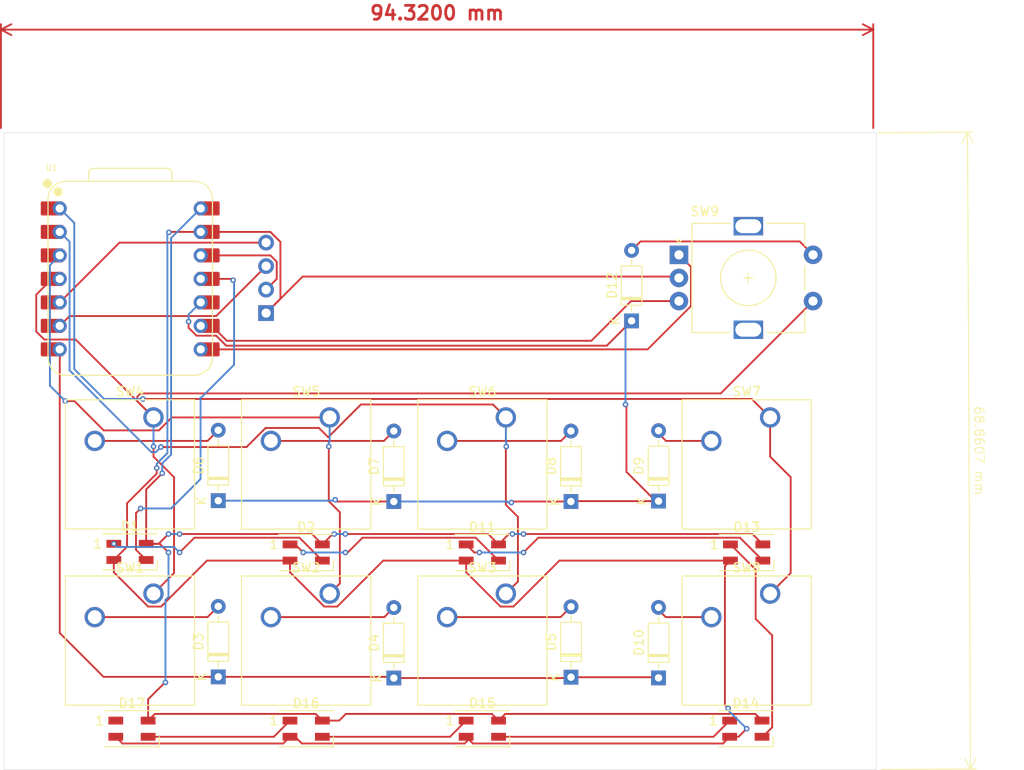
<source format=kicad_pcb>
(kicad_pcb (version 20240108) (generator "pcbnew") (generator_version "8.0")
  (layers (0 "F.Cu" signal) (31 "B.Cu" signal) (34 "B.Paste" user) (35 "F.Paste" user) (36 "B.SilkS" user "B.Silkscreen") (37 "F.SilkS" user "F.Silkscreen") (38 "B.Mask" user) (39 "F.Mask" user) (44 "Edge.Cuts" user))
  (net 0 "")
  (net 1 "+5V")
  (net 2 "NEOPIXEL")
  (net 3 "Net-(D1-DOUT)")
  (net 4 "GND")
  (net 5 "Net-(D11-DIN)")
  (net 6 "Net-(D11-DOUT)")
  (net 7 "SDA")
  (net 8 "SCL")
  (net 9 "3V3")
  (net 10 "Net-(D3-A)")
  (net 11 "col2")
  (net 12 "Net-(D4-A)")
  (net 13 "Net-(D5-A)")
  (net 14 "col3")
  (net 15 "Net-(D6-A)")
  (net 16 "Net-(D7-A)")
  (net 17 "Net-(D8-A)")
  (net 18 "col4")
  (net 19 "Net-(D9-A)")
  (net 20 "Net-(D10-A)")
  (net 21 "row2")
  (net 22 "row1")
  (net 23 "ROUTPUT")
  (net 24 "RINPUT")
  (net 25 "EC11A")
  (net 26 "EC11B")
  (net 27 "Net-(D14-DOUT)")
  (net 28 "Net-(D15-DOUT)")
  (net 29 "Net-(D16-DOUT)")
  (net 31 "Net-(D13-DOUT)")
  (footprint "Button_Switch_Keyboard:SW_Cherry_MX_1.00u_PCB" (layer "F.Cu") (at 109.395 83.185)
    (property "Reference" "SW7" (at -2.54 -2.794 0) (layer "F.SilkS"))
    (property "Value" "SW_Push_45deg")
    (pad "" np_thru_hole circle (at -7.62 5.08) (size 1.7 1.7) (drill 1.7) (layers "*.Cu" "*.Mask"))
    (pad "" np_thru_hole circle (at -2.54 5.08) (size 4 4) (drill 4) (layers "*.Cu" "*.Mask"))
    (pad "" np_thru_hole circle (at 2.54 5.08) (size 1.7 1.7) (drill 1.7) (layers "*.Cu" "*.Mask"))
    (pad "1" thru_hole circle (at 0 0) (size 2.2 2.2) (drill 1.5) (layers "*.Cu" "*.Mask") (net 18 "col4"))
    (pad "2" thru_hole circle (at -6.35 2.54) (size 2.2 2.2) (drill 1.5) (layers "*.Cu" "*.Mask") (net 19 "Net-(D9-A)"))
  )
  (footprint "Button_Switch_Keyboard:SW_Cherry_MX_1.00u_PCB" (layer "F.Cu") (at 42.72 102.235)
    (property "Reference" "SW1" (at -2.54 -2.794 0) (layer "F.SilkS"))
    (property "Value" "SW_Push_45deg")
    (pad "" np_thru_hole circle (at -7.62 5.08) (size 1.7 1.7) (drill 1.7) (layers "*.Cu" "*.Mask"))
    (pad "" np_thru_hole circle (at -2.54 5.08) (size 4 4) (drill 4) (layers "*.Cu" "*.Mask"))
    (pad "" np_thru_hole circle (at 2.54 5.08) (size 1.7 1.7) (drill 1.7) (layers "*.Cu" "*.Mask"))
    (pad "1" thru_hole circle (at 0 0) (size 2.2 2.2) (drill 1.5) (layers "*.Cu" "*.Mask") (net 24 "RINPUT"))
    (pad "2" thru_hole circle (at -6.35 2.54) (size 2.2 2.2) (drill 1.5) (layers "*.Cu" "*.Mask") (net 10 "Net-(D3-A)"))
  )
  (footprint "Button_Switch_Keyboard:SW_Cherry_MX_1.00u_PCB" (layer "F.Cu") (at 61.77 83.185)
    (property "Reference" "SW5" (at -2.54 -2.794 0) (layer "F.SilkS"))
    (property "Value" "SW_Push_45deg")
    (pad "" np_thru_hole circle (at -7.62 5.08) (size 1.7 1.7) (drill 1.7) (layers "*.Cu" "*.Mask"))
    (pad "" np_thru_hole circle (at -2.54 5.08) (size 4 4) (drill 4) (layers "*.Cu" "*.Mask"))
    (pad "" np_thru_hole circle (at 2.54 5.08) (size 1.7 1.7) (drill 1.7) (layers "*.Cu" "*.Mask"))
    (pad "1" thru_hole circle (at 0 0) (size 2.2 2.2) (drill 1.5) (layers "*.Cu" "*.Mask") (net 11 "col2"))
    (pad "2" thru_hole circle (at -6.35 2.54) (size 2.2 2.2) (drill 1.5) (layers "*.Cu" "*.Mask") (net 16 "Net-(D7-A)"))
  )
  (footprint "Diode_THT:D_DO-35_SOD27_P7.62mm_Horizontal" (layer "F.Cu") (at 49.725 111.235 90)
    (property "Reference" "D3" (at 3.81 -2.12 90) (layer "F.SilkS"))
    (property "Value" "Diode")
    (fp_text user "K" (at 0 -1.8 90) (layer "F.SilkS"))
    (pad "1" thru_hole rect (at 0 0 90) (size 1.6 1.6) (drill 0.8) (layers "*.Cu" "*.Mask") (net 21 "row2"))
    (pad "2" thru_hole oval (at 7.62 0 90) (size 1.6 1.6) (drill 0.8) (layers "*.Cu" "*.Mask") (net 10 "Net-(D3-A)"))
  )
  (footprint "Diode_THT:D_DO-35_SOD27_P7.62mm_Horizontal" (layer "F.Cu") (at 87.855 92.275 90)
    (property "Reference" "D8" (at 3.81 -2.12 90) (layer "F.SilkS"))
    (property "Value" "Diode")
    (fp_text user "K" (at 0 -1.8 90) (layer "F.SilkS"))
    (pad "1" thru_hole rect (at 0 0 90) (size 1.6 1.6) (drill 0.8) (layers "*.Cu" "*.Mask") (net 22 "row1"))
    (pad "2" thru_hole oval (at 7.62 0 90) (size 1.6 1.6) (drill 0.8) (layers "*.Cu" "*.Mask") (net 17 "Net-(D8-A)"))
  )
  (footprint "Diode_THT:D_DO-35_SOD27_P7.62mm_Horizontal" (layer "F.Cu") (at 87.865 111.275 90)
    (property "Reference" "D5" (at 3.81 -2.12 90) (layer "F.SilkS"))
    (property "Value" "Diode")
    (fp_text user "K" (at 0 -1.8 90) (layer "F.SilkS"))
    (pad "1" thru_hole rect (at 0 0 90) (size 1.6 1.6) (drill 0.8) (layers "*.Cu" "*.Mask") (net 21 "row2"))
    (pad "2" thru_hole oval (at 7.62 0 90) (size 1.6 1.6) (drill 0.8) (layers "*.Cu" "*.Mask") (net 13 "Net-(D5-A)"))
  )
  (footprint "Button_Switch_Keyboard:SW_Cherry_MX_1.00u_PCB" (layer "F.Cu") (at 109.395 102.235)
    (property "Reference" "SW8" (at -2.54 -2.794 0) (layer "F.SilkS"))
    (property "Value" "SW_Push_45deg")
    (pad "" np_thru_hole circle (at -7.62 5.08) (size 1.7 1.7) (drill 1.7) (layers "*.Cu" "*.Mask"))
    (pad "" np_thru_hole circle (at -2.54 5.08) (size 4 4) (drill 4) (layers "*.Cu" "*.Mask"))
    (pad "" np_thru_hole circle (at 2.54 5.08) (size 1.7 1.7) (drill 1.7) (layers "*.Cu" "*.Mask"))
    (pad "1" thru_hole circle (at 0 0) (size 2.2 2.2) (drill 1.5) (layers "*.Cu" "*.Mask") (net 18 "col4"))
    (pad "2" thru_hole circle (at -6.35 2.54) (size 2.2 2.2) (drill 1.5) (layers "*.Cu" "*.Mask") (net 20 "Net-(D10-A)"))
  )
  (footprint "LED_SMD:LED_SK6812MINI_PLCC4_3.5x3.5mm_P1.75mm" (layer "F.Cu") (at 78.28 97.79)
    (property "Reference" "D11" (at 0 -2.75 0) (layer "F.SilkS"))
    (property "Value" "SK6812MINI")
    (fp_text user "1" (at -3.5 -0.875 0) (layer "F.SilkS"))
    (pad "1" smd rect (at -1.75 -0.875) (size 1.6 0.85) (layers "F.Cu" "F.Paste" "F.Mask") (net 6 "Net-(D11-DOUT)"))
    (pad "2" smd rect (at -1.75 0.875) (size 1.6 0.85) (layers "F.Cu" "F.Paste" "F.Mask") (net 4 "GND"))
    (pad "3" smd rect (at 1.75 0.875) (size 1.6 0.85) (layers "F.Cu" "F.Paste" "F.Mask") (net 5 "Net-(D11-DIN)"))
    (pad "4" smd rect (at 1.75 -0.875) (size 1.6 0.85) (layers "F.Cu" "F.Paste" "F.Mask") (net 1 "+5V"))
  )
  (footprint "Button_Switch_Keyboard:SW_Cherry_MX_1.00u_PCB" (layer "F.Cu") (at 80.82 102.235)
    (property "Reference" "SW3" (at -2.54 -2.794 0) (layer "F.SilkS"))
    (property "Value" "SW_Push_45deg")
    (pad "" np_thru_hole circle (at -7.62 5.08) (size 1.7 1.7) (drill 1.7) (layers "*.Cu" "*.Mask"))
    (pad "" np_thru_hole circle (at -2.54 5.08) (size 4 4) (drill 4) (layers "*.Cu" "*.Mask"))
    (pad "" np_thru_hole circle (at 2.54 5.08) (size 1.7 1.7) (drill 1.7) (layers "*.Cu" "*.Mask"))
    (pad "1" thru_hole circle (at 0 0) (size 2.2 2.2) (drill 1.5) (layers "*.Cu" "*.Mask") (net 14 "col3"))
    (pad "2" thru_hole circle (at -6.35 2.54) (size 2.2 2.2) (drill 1.5) (layers "*.Cu" "*.Mask") (net 13 "Net-(D5-A)"))
  )
  (footprint "LED_SMD:LED_SK6812MINI_PLCC4_3.5x3.5mm_P1.75mm" (layer "F.Cu") (at 40.18 97.725)
    (property "Reference" "D1" (at 0 -2.75 0) (layer "F.SilkS"))
    (property "Value" "SK6812MINI")
    (fp_text user "1" (at -3.5 -0.875 0) (layer "F.SilkS"))
    (pad "1" smd rect (at -1.75 -0.875) (size 1.6 0.85) (layers "F.Cu" "F.Paste" "F.Mask") (net 3 "Net-(D1-DOUT)"))
    (pad "2" smd rect (at -1.75 0.875) (size 1.6 0.85) (layers "F.Cu" "F.Paste" "F.Mask") (net 4 "GND"))
    (pad "3" smd rect (at 1.75 0.875) (size 1.6 0.85) (layers "F.Cu" "F.Paste" "F.Mask") (net 2 "NEOPIXEL"))
    (pad "4" smd rect (at 1.75 -0.875) (size 1.6 0.85) (layers "F.Cu" "F.Paste" "F.Mask") (net 1 "+5V"))
  )
  (footprint "LED_SMD:LED_SK6812MINI_PLCC4_3.5x3.5mm_P1.75mm" (layer "F.Cu") (at 78.28 116.84)
    (property "Reference" "D15" (at 0 -2.75 0) (layer "F.SilkS"))
    (property "Value" "SK6812MINI")
    (fp_text user "1" (at -3.5 -0.875 0) (layer "F.SilkS"))
    (pad "1" smd rect (at -1.75 -0.875) (size 1.6 0.85) (layers "F.Cu" "F.Paste" "F.Mask") (net 28 "Net-(D15-DOUT)"))
    (pad "2" smd rect (at -1.75 0.875) (size 1.6 0.85) (layers "F.Cu" "F.Paste" "F.Mask") (net 4 "GND"))
    (pad "3" smd rect (at 1.75 0.875) (size 1.6 0.85) (layers "F.Cu" "F.Paste" "F.Mask") (net 27 "Net-(D14-DOUT)"))
    (pad "4" smd rect (at 1.75 -0.875) (size 1.6 0.85) (layers "F.Cu" "F.Paste" "F.Mask") (net 1 "+5V"))
  )
  (footprint "Button_Switch_Keyboard:SW_Cherry_MX_1.00u_PCB" (layer "F.Cu") (at 80.82 83.185)
    (property "Reference" "SW6" (at -2.54 -2.794 0) (layer "F.SilkS"))
    (property "Value" "SW_Push_45deg")
    (pad "" np_thru_hole circle (at -7.62 5.08) (size 1.7 1.7) (drill 1.7) (layers "*.Cu" "*.Mask"))
    (pad "" np_thru_hole circle (at -2.54 5.08) (size 4 4) (drill 4) (layers "*.Cu" "*.Mask"))
    (pad "" np_thru_hole circle (at 2.54 5.08) (size 1.7 1.7) (drill 1.7) (layers "*.Cu" "*.Mask"))
    (pad "1" thru_hole circle (at 0 0) (size 2.2 2.2) (drill 1.5) (layers "*.Cu" "*.Mask") (net 14 "col3"))
    (pad "2" thru_hole circle (at -6.35 2.54) (size 2.2 2.2) (drill 1.5) (layers "*.Cu" "*.Mask") (net 17 "Net-(D8-A)"))
  )
  (footprint "Diode_THT:D_DO-35_SOD27_P7.62mm_Horizontal" (layer "F.Cu") (at 68.705 111.365 90)
    (property "Reference" "D4" (at 3.81 -2.12 90) (layer "F.SilkS"))
    (property "Value" "Diode")
    (fp_text user "K" (at 0 -1.8 90) (layer "F.SilkS"))
    (pad "1" thru_hole rect (at 0 0 90) (size 1.6 1.6) (drill 0.8) (layers "*.Cu" "*.Mask") (net 21 "row2"))
    (pad "2" thru_hole oval (at 7.62 0 90) (size 1.6 1.6) (drill 0.8) (layers "*.Cu" "*.Mask") (net 12 "Net-(D4-A)"))
  )
  (footprint "Diode_THT:D_DO-35_SOD27_P7.62mm_Horizontal" (layer "F.Cu") (at 97.33 92.235 90)
    (property "Reference" "D9" (at 3.81 -2.12 90) (layer "F.SilkS"))
    (property "Value" "Diode")
    (fp_text user "K" (at 0 -1.8 90) (layer "F.SilkS"))
    (pad "1" thru_hole rect (at 0 0 90) (size 1.6 1.6) (drill 0.8) (layers "*.Cu" "*.Mask") (net 22 "row1"))
    (pad "2" thru_hole oval (at 7.62 0 90) (size 1.6 1.6) (drill 0.8) (layers "*.Cu" "*.Mask") (net 19 "Net-(D9-A)"))
  )
  (footprint "Diode_THT:D_DO-35_SOD27_P7.62mm_Horizontal" (layer "F.Cu") (at 97.33 111.345 90)
    (property "Reference" "D10" (at 3.81 -2.12 90) (layer "F.SilkS"))
    (property "Value" "Diode")
    (pad "1" thru_hole rect (at 0 0 90) (size 1.6 1.6) (drill 0.8) (layers "*.Cu" "*.Mask") (net 21 "row2"))
    (pad "2" thru_hole oval (at 7.62 0 90) (size 1.6 1.6) (drill 0.8) (layers "*.Cu" "*.Mask") (net 20 "Net-(D10-A)"))
  )
  (footprint "ScottoKeebs_Components:OLED_128x32" (layer "F.Cu") (at 53.295 62.105)
    (property "Reference" "J2" (hide yes))
    (property "Value" "OLED_128x32")
    (pad "1" thru_hole rect (at 1.6 9.8 180) (size 1.7 1.7) (drill 1) (layers "*.Cu" "*.Mask") (net 4 "GND"))
    (pad "2" thru_hole oval (at 1.6 7.26 180) (size 1.7 1.7) (drill 1) (layers "*.Cu" "*.Mask") (net 9 "3V3"))
    (pad "3" thru_hole oval (at 1.6 4.72 180) (size 1.7 1.7) (drill 1) (layers "*.Cu" "*.Mask") (net 8 "SCL"))
    (pad "4" thru_hole oval (at 1.6 2.18 180) (size 1.7 1.7) (drill 1) (layers "*.Cu" "*.Mask") (net 7 "SDA"))
  )
  (footprint "LED_SMD:LED_SK6812MINI_PLCC4_3.5x3.5mm_P1.75mm" (layer "F.Cu") (at 40.3925 116.84)
    (property "Reference" "D17" (at 0 -2.75 0) (layer "F.SilkS"))
    (property "Value" "SK6812MINI")
    (fp_text user "1" (at -3.5 -0.875 0) (layer "F.SilkS"))
    (pad "1" smd rect (at -1.75 -0.875) (size 1.6 0.85) (layers "F.Cu" "F.Paste" "F.Mask"))
    (pad "2" smd rect (at -1.75 0.875) (size 1.6 0.85) (layers "F.Cu" "F.Paste" "F.Mask") (net 4 "GND"))
    (pad "3" smd rect (at 1.75 0.875) (size 1.6 0.85) (layers "F.Cu" "F.Paste" "F.Mask") (net 29 "Net-(D16-DOUT)"))
    (pad "4" smd rect (at 1.75 -0.875) (size 1.6 0.85) (layers "F.Cu" "F.Paste" "F.Mask") (net 1 "+5V"))
  )
  (footprint "Button_Switch_Keyboard:SW_Cherry_MX_1.00u_PCB" (layer "F.Cu") (at 42.72 83.185)
    (property "Reference" "SW4" (at -2.54 -2.794 0) (layer "F.SilkS"))
    (property "Value" "SW_Push_45deg")
    (pad "" np_thru_hole circle (at -7.62 5.08) (size 1.7 1.7) (drill 1.7) (layers "*.Cu" "*.Mask"))
    (pad "" np_thru_hole circle (at -2.54 5.08) (size 4 4) (drill 4) (layers "*.Cu" "*.Mask"))
    (pad "" np_thru_hole circle (at 2.54 5.08) (size 1.7 1.7) (drill 1.7) (layers "*.Cu" "*.Mask"))
    (pad "1" thru_hole circle (at 0 0) (size 2.2 2.2) (drill 1.5) (layers "*.Cu" "*.Mask") (net 24 "RINPUT"))
    (pad "2" thru_hole circle (at -6.35 2.54) (size 2.2 2.2) (drill 1.5) (layers "*.Cu" "*.Mask") (net 15 "Net-(D6-A)"))
  )
  (footprint "LED_SMD:LED_SK6812MINI_PLCC4_3.5x3.5mm_P1.75mm" (layer "F.Cu") (at 59.23 116.84)
    (property "Reference" "D16" (at 0 -2.75 0) (layer "F.SilkS"))
    (property "Value" "SK6812MINI")
    (fp_text user "1" (at -3.5 -0.875 0) (layer "F.SilkS"))
    (pad "1" smd rect (at -1.75 -0.875) (size 1.6 0.85) (layers "F.Cu" "F.Paste" "F.Mask") (net 29 "Net-(D16-DOUT)"))
    (pad "2" smd rect (at -1.75 0.875) (size 1.6 0.85) (layers "F.Cu" "F.Paste" "F.Mask") (net 4 "GND"))
    (pad "3" smd rect (at 1.75 0.875) (size 1.6 0.85) (layers "F.Cu" "F.Paste" "F.Mask") (net 28 "Net-(D15-DOUT)"))
    (pad "4" smd rect (at 1.75 -0.875) (size 1.6 0.85) (layers "F.Cu" "F.Paste" "F.Mask") (net 1 "+5V"))
  )
  (footprint "Diode_THT:D_DO-35_SOD27_P7.62mm_Horizontal" (layer "F.Cu") (at 94.415 72.745 90)
    (property "Reference" "D12" (at 3.81 -2.12 90) (layer "F.SilkS"))
    (property "Value" "Diode")
    (fp_text user "K" (at 0 -1.8 90) (layer "F.SilkS"))
    (pad "1" thru_hole rect (at 0 0 90) (size 1.6 1.6) (drill 0.8) (layers "*.Cu" "*.Mask") (net 22 "row1"))
    (pad "2" thru_hole oval (at 7.62 0 90) (size 1.6 1.6) (drill 0.8) (layers "*.Cu" "*.Mask") (net 23 "ROUTPUT"))
  )
  (footprint "Rotary_Encoder:RotaryEncoder_Alps_EC11E-Switch_Vertical_H20mm" (layer "F.Cu") (at 99.535 65.605)
    (property "Reference" "SW9" (at 2.8 -4.7 0) (layer "F.SilkS"))
    (property "Value" "RotaryEncoder_Switch")
    (pad "A" thru_hole rect (at 0 0) (size 2 2) (drill 1) (layers "*.Cu" "*.Mask") (net 26 "EC11B"))
    (pad "B" thru_hole circle (at 0 5) (size 2 2) (drill 1) (layers "*.Cu" "*.Mask") (net 25 "EC11A"))
    (pad "C" thru_hole circle (at 0 2.5) (size 2 2) (drill 1) (layers "*.Cu" "*.Mask") (net 4 "GND"))
    (pad "MP" thru_hole rect (at 7.5 -3.1) (size 3.2 2) (drill oval 2.8 1.5) (layers "*.Cu" "*.Mask"))
    (pad "MP" thru_hole rect (at 7.5 8.1) (size 3.2 2) (drill oval 2.8 1.5) (layers "*.Cu" "*.Mask"))
    (pad "S1" thru_hole circle (at 14.5 5) (size 2 2) (drill 1) (layers "*.Cu" "*.Mask") (net 24 "RINPUT"))
    (pad "S2" thru_hole circle (at 14.5 0) (size 2 2) (drill 1) (layers "*.Cu" "*.Mask") (net 23 "ROUTPUT"))
  )
  (footprint "Button_Switch_Keyboard:SW_Cherry_MX_1.00u_PCB" (layer "F.Cu") (at 61.77 102.235)
    (property "Reference" "SW2" (at -2.54 -2.794 0) (layer "F.SilkS"))
    (property "Value" "SW_Push_45deg")
    (pad "" np_thru_hole circle (at -7.62 5.08) (size 1.7 1.7) (drill 1.7) (layers "*.Cu" "*.Mask"))
    (pad "" np_thru_hole circle (at -2.54 5.08) (size 4 4) (drill 4) (layers "*.Cu" "*.Mask"))
    (pad "" np_thru_hole circle (at 2.54 5.08) (size 1.7 1.7) (drill 1.7) (layers "*.Cu" "*.Mask"))
    (pad "1" thru_hole circle (at 0 0) (size 2.2 2.2) (drill 1.5) (layers "*.Cu" "*.Mask") (net 11 "col2"))
    (pad "2" thru_hole circle (at -6.35 2.54) (size 2.2 2.2) (drill 1.5) (layers "*.Cu" "*.Mask") (net 12 "Net-(D4-A)"))
  )
  (footprint "LED_SMD:LED_SK6812MINI_PLCC4_3.5x3.5mm_P1.75mm" (layer "F.Cu") (at 106.855 97.79)
    (property "Reference" "D13" (at 0 -2.75 0) (layer "F.SilkS"))
    (property "Value" "SK6812MINI")
    (fp_text user "1" (at -3.5 -0.875 0) (layer "F.SilkS"))
    (pad "1" smd rect (at -1.75 -0.875) (size 1.6 0.85) (layers "F.Cu" "F.Paste" "F.Mask") (net 31 "Net-(D13-DOUT)"))
    (pad "2" smd rect (at -1.75 0.875) (size 1.6 0.85) (layers "F.Cu" "F.Paste" "F.Mask") (net 4 "GND"))
    (pad "3" smd rect (at 1.75 0.875) (size 1.6 0.85) (layers "F.Cu" "F.Paste" "F.Mask") (net 6 "Net-(D11-DOUT)"))
    (pad "4" smd rect (at 1.75 -0.875) (size 1.6 0.85) (layers "F.Cu" "F.Paste" "F.Mask") (net 1 "+5V"))
  )
  (footprint "Diode_THT:D_DO-35_SOD27_P7.62mm_Horizontal" (layer "F.Cu") (at 49.725 92.185 90)
    (property "Reference" "D6" (at 3.81 -2.12 90) (layer "F.SilkS"))
    (property "Value" "Diode")
    (fp_text user "K" (at 0 -1.8 90) (layer "F.SilkS"))
    (pad "1" thru_hole rect (at 0 0 90) (size 1.6 1.6) (drill 0.8) (layers "*.Cu" "*.Mask") (net 22 "row1"))
    (pad "2" thru_hole oval (at 7.62 0 90) (size 1.6 1.6) (drill 0.8) (layers "*.Cu" "*.Mask") (net 15 "Net-(D6-A)"))
  )
  (footprint "Seeed Studio XIAO Series Library:XIAO-RP2040-DIP" (layer "F.Cu") (at 40.205 68.205)
    (property "Reference" "U1" (at -8.5 -12 0) (layer "F.SilkS") (effects (font (size 0.635 0.635) (thickness 0.1016))))
    (property "Value" "XIAO-RP2040-DIP")
    (pad "1" smd roundrect (at -8.455 -7.62 180) (size 2.432 1.524) (layers "F.Cu" "F.Mask") (roundrect_rratio 0.1) (net 18 "col4"))
    (pad "1" thru_hole circle (at -7.62 -7.62 180) (size 1.524 1.524) (drill 0.889) (layers "*.Cu" "*.Mask") (net 18 "col4"))
    (pad "2" smd roundrect (at -8.455 -5.08 180) (size 2.432 1.524) (layers "F.Cu" "F.Mask") (roundrect_rratio 0.1) (net 14 "col3"))
    (pad "2" thru_hole circle (at -7.62 -5.08 180) (size 1.524 1.524) (drill 0.889) (layers "*.Cu" "*.Mask") (net 14 "col3"))
    (pad "3" smd roundrect (at -8.455 -2.54 180) (size 2.432 1.524) (layers "F.Cu" "F.Mask") (roundrect_rratio 0.1) (net 11 "col2"))
    (pad "3" thru_hole circle (at -7.62 -2.54 180) (size 1.524 1.524) (drill 0.889) (layers "*.Cu" "*.Mask") (net 11 "col2"))
    (pad "4" smd roundrect (at -8.455 0 180) (size 2.432 1.524) (layers "F.Cu" "F.Mask") (roundrect_rratio 0.1) (net 24 "RINPUT"))
    (pad "4" thru_hole circle (at -7.62 0 180) (size 1.524 1.524) (drill 0.889) (layers "*.Cu" "*.Mask") (net 24 "RINPUT"))
    (pad "5" smd roundrect (at -8.455 2.54 180) (size 2.432 1.524) (layers "F.Cu" "F.Mask") (roundrect_rratio 0.1) (net 7 "SDA"))
    (pad "5" thru_hole circle (at -7.62 2.54 180) (size 1.524 1.524) (drill 0.889) (layers "*.Cu" "*.Mask") (net 7 "SDA"))
    (pad "6" smd roundrect (at -8.455 5.08 180) (size 2.432 1.524) (layers "F.Cu" "F.Mask") (roundrect_rratio 0.1) (net 8 "SCL"))
    (pad "6" thru_hole circle (at -7.62 5.08 180) (size 1.524 1.524) (drill 0.889) (layers "*.Cu" "*.Mask") (net 8 "SCL"))
    (pad "7" smd roundrect (at -8.455 7.62 180) (size 2.432 1.524) (layers "F.Cu" "F.Mask") (roundrect_rratio 0.1) (net 21 "row2"))
    (pad "7" thru_hole circle (at -7.62 7.62 180) (size 1.524 1.524) (drill 0.889) (layers "*.Cu" "*.Mask") (net 21 "row2"))
    (pad "8" thru_hole circle (at 7.62 7.62) (size 1.524 1.524) (drill 0.889) (layers "*.Cu" "*.Mask") (net 26 "EC11B"))
    (pad "8" smd roundrect (at 8.455 7.62) (size 2.432 1.524) (layers "F.Cu" "F.Mask") (roundrect_rratio 0.1) (net 26 "EC11B"))
    (pad "9" thru_hole circle (at 7.62 5.08) (size 1.524 1.524) (drill 0.889) (layers "*.Cu" "*.Mask") (net 25 "EC11A"))
    (pad "9" smd roundrect (at 8.455 5.08) (size 2.432 1.524) (layers "F.Cu" "F.Mask") (roundrect_rratio 0.1) (net 25 "EC11A"))
    (pad "10" thru_hole circle (at 7.62 2.54) (size 1.524 1.524) (drill 0.889) (layers "*.Cu" "*.Mask") (net 22 "row1"))
    (pad "10" smd roundrect (at 8.455 2.54) (size 2.432 1.524) (layers "F.Cu" "F.Mask") (roundrect_rratio 0.1) (net 22 "row1"))
    (pad "11" thru_hole circle (at 7.62 0) (size 1.524 1.524) (drill 0.889) (layers "*.Cu" "*.Mask") (net 2 "NEOPIXEL"))
    (pad "11" smd roundrect (at 8.455 0) (size 2.432 1.524) (layers "F.Cu" "F.Mask") (roundrect_rratio 0.1) (net 2 "NEOPIXEL"))
    (pad "12" thru_hole circle (at 7.62 -2.54) (size 1.524 1.524) (drill 0.889) (layers "*.Cu" "*.Mask") (net 9 "3V3"))
    (pad "12" smd roundrect (at 8.455 -2.54) (size 2.432 1.524) (layers "F.Cu" "F.Mask") (roundrect_rratio 0.1) (net 9 "3V3"))
    (pad "13" thru_hole circle (at 7.62 -5.08) (size 1.524 1.524) (drill 0.889) (layers "*.Cu" "*.Mask") (net 4 "GND"))
    (pad "13" smd roundrect (at 8.455 -5.08) (size 2.432 1.524) (layers "F.Cu" "F.Mask") (roundrect_rratio 0.1) (net 4 "GND"))
    (pad "14" thru_hole circle (at 7.62 -7.62) (size 1.524 1.524) (drill 0.889) (layers "*.Cu" "*.Mask") (net 1 "+5V"))
    (pad "14" smd roundrect (at 8.455 -7.62) (size 2.432 1.524) (layers "F.Cu" "F.Mask") (roundrect_rratio 0.1) (net 1 "+5V"))
  )
  (footprint "LED_SMD:LED_SK6812MINI_PLCC4_3.5x3.5mm_P1.75mm" (layer "F.Cu") (at 106.7675 116.84)
    (property "Reference" "D14" (at 0 -2.75 0) (layer "F.SilkS"))
    (property "Value" "SK6812MINI")
    (fp_text user "1" (at -3.5 -0.875 0) (layer "F.SilkS"))
    (pad "1" smd rect (at -1.75 -0.875) (size 1.6 0.85) (layers "F.Cu" "F.Paste" "F.Mask") (net 27 "Net-(D14-DOUT)"))
    (pad "2" smd rect (at -1.75 0.875) (size 1.6 0.85) (layers "F.Cu" "F.Paste" "F.Mask") (net 4 "GND"))
    (pad "3" smd rect (at 1.75 0.875) (size 1.6 0.85) (layers "F.Cu" "F.Paste" "F.Mask") (net 31 "Net-(D13-DOUT)"))
    (pad "4" smd rect (at 1.75 -0.875) (size 1.6 0.85) (layers "F.Cu" "F.Paste" "F.Mask") (net 1 "+5V"))
  )
  (footprint "LED_SMD:LED_SK6812MINI_PLCC4_3.5x3.5mm_P1.75mm" (layer "F.Cu") (at 59.23 97.79)
    (property "Reference" "D2" (at 0 -2.75 0) (layer "F.SilkS"))
    (property "Value" "SK6812MINI")
    (fp_text user "1" (at -3.5 -0.875 0) (layer "F.SilkS"))
    (pad "1" smd rect (at -1.75 -0.875) (size 1.6 0.85) (layers "F.Cu" "F.Paste" "F.Mask") (net 5 "Net-(D11-DIN)"))
    (pad "2" smd rect (at -1.75 0.875) (size 1.6 0.85) (layers "F.Cu" "F.Paste" "F.Mask") (net 4 "GND"))
    (pad "3" smd rect (at 1.75 0.875) (size 1.6 0.85) (layers "F.Cu" "F.Paste" "F.Mask") (net 3 "Net-(D1-DOUT)"))
    (pad "4" smd rect (at 1.75 -0.875) (size 1.6 0.85) (layers "F.Cu" "F.Paste" "F.Mask") (net 1 "+5V"))
  )
  (footprint "Diode_THT:D_DO-35_SOD27_P7.62mm_Horizontal" (layer "F.Cu") (at 68.705 92.275 90)
    (property "Reference" "D7" (at 3.81 -2.12 90) (layer "F.SilkS"))
    (property "Value" "Diode")
    (fp_text user "K" (at 0 -1.8 90) (layer "F.SilkS"))
    (pad "1" thru_hole rect (at 0 0 90) (size 1.6 1.6) (drill 0.8) (layers "*.Cu" "*.Mask") (net 22 "row1"))
    (pad "2" thru_hole oval (at 7.62 0 90) (size 1.6 1.6) (drill 0.8) (layers "*.Cu" "*.Mask") (net 16 "Net-(D7-A)"))
  )
  (gr_rect (start 26.5425 52.395) (end 120.8625 121.255) (stroke (width 0.05)) (fill none) (layer "Edge.Cuts"))
  (dimension (type aligned) (layer "F.Cu") (pts (xy 120.545 52.395) (xy 26.225 52.395)) (height 11.14) (gr_text "94.3200 mm" (at 73.385 39.455 0) (layer "F.Cu") (effects (font (size 1.5 1.5) (thickness 0.3)))) (format (prefix "") (suffix "") (units 3) (units_format 1) (precision 4)) (style (thickness 0.2) (arrow_length 1.27) (text_position_mode 0) (extension_height 0.58642) (extension_offset 0.5) keep_text_aligned))
  (dimension (type aligned) (layer "F.SilkS") (pts (xy 120.8625 121.255) (xy 120.545 52.395)) (height 10.19288) (gr_text "68.8607 mm" (at 131.99651 86.772931 -89.73582223) (layer "F.SilkS") (effects (font (size 1 1) (thickness 0.1)))) (format (prefix "") (suffix "") (units 3) (units_format 1) (precision 4)) (style (thickness 0.1) (arrow_length 1.27) (text_position_mode 0) (extension_height 0.58642) (extension_offset 0.5) keep_text_aligned))
  (segment (start 80.755 115.24) (end 107.7925 115.24) (width 0.2) (layer "F.Cu") (net 1))
  (segment (start 63.719999 95.79) (end 63.469999 95.79) (width 0.2) (layer "F.Cu") (net 1))
  (segment (start 41.93 96.85) (end 41.93 90.96) (width 0.2) (layer "F.Cu") (net 1))
  (segment (start 44.3425 97.79) (end 43.4025 96.85) (width 0.2) (layer "F.Cu") (net 1))
  (segment (start 63.525 115.24) (end 79.305 115.24) (width 0.2) (layer "F.Cu") (net 1))
  (segment (start 60.255 115.24) (end 60.98 115.965) (width 0.2) (layer "F.Cu") (net 1))
  (segment (start 62.2625 95.79) (end 62.105 95.79) (width 0.2) (layer "F.Cu") (net 1))
  (segment (start 79.305 115.24) (end 80.03 115.965) (width 0.2) (layer "F.Cu") (net 1))
  (segment (start 108.605 96.915) (end 107.48 95.79) (width 0.2) (layer "F.Cu") (net 1))
  (segment (start 62.8 115.965) (end 63.525 115.24) (width 0.2) (layer "F.Cu") (net 1))
  (segment (start 42.1425 113.955) (end 42.1425 115.965) (width 0.2) (layer "F.Cu") (net 1))
  (segment (start 46.7625 95.79) (end 45.5425 95.79) (width 0.2) (layer "F.Cu") (net 1))
  (segment (start 59.855 95.79) (end 46.7625 95.79) (width 0.2) (layer "F.Cu") (net 1))
  (segment (start 60.98 96.915) (end 59.855 95.79) (width 0.2) (layer "F.Cu") (net 1))
  (segment (start 42.1425 113.66) (end 43.9675 111.835) (width 0.2) (layer "F.Cu") (net 1))
  (segment (start 80.03 115.965) (end 80.755 115.24) (width 0.2) (layer "F.Cu") (net 1))
  (segment (start 43.4025 96.85) (end 41.93 96.85) (width 0.2) (layer "F.Cu") (net 1))
  (segment (start 42.8675 115.24) (end 60.255 115.24) (width 0.2) (layer "F.Cu") (net 1))
  (segment (start 107.48 95.79) (end 83.0425 95.79) (width 0.2) (layer "F.Cu") (net 1))
  (segment (start 62.105 95.79) (end 60.98 96.915) (width 0.2) (layer "F.Cu") (net 1))
  (segment (start 81.155 95.79) (end 80.03 96.915) (width 0.2) (layer "F.Cu") (net 1))
  (segment (start 41.93 90.96) (end 43.669707 89.220293) (width 0.2) (layer "F.Cu") (net 1))
  (segment (start 42.1425 115.965) (end 42.8675 115.24) (width 0.2) (layer "F.Cu") (net 1))
  (segment (start 42.1425 113.955) (end 42.1425 113.66) (width 0.2) (layer "F.Cu") (net 1))
  (segment (start 80.03 96.915) (end 78.905 95.79) (width 0.2) (layer "F.Cu") (net 1))
  (segment (start 44.3425 95.79) (end 43.2825 96.85) (width 0.2) (layer "F.Cu") (net 1))
  (segment (start 60.98 115.965) (end 62.8 115.965) (width 0.2) (layer "F.Cu") (net 1))
  (segment (start 43.2825 96.85) (end 41.93 96.85) (width 0.2) (layer "F.Cu") (net 1))
  (segment (start 81.525 95.79) (end 81.155 95.79) (width 0.2) (layer "F.Cu") (net 1))
  (segment (start 78.905 95.79) (end 63.719999 95.79) (width 0.2) (layer "F.Cu") (net 1))
  (segment (start 43.9675 111.835) (end 44.0125 111.835) (width 0.2) (layer "F.Cu") (net 1))
  (segment (start 107.7925 115.24) (end 108.5175 115.965) (width 0.2) (layer "F.Cu") (net 1))
  (via (at 44.0125 111.835) (size 0.6) (drill 0.3) (layers "F.Cu" "B.Cu") (net 1))
  (via (at 81.525 95.79) (size 0.6) (drill 0.3) (layers "F.Cu" "B.Cu") (net 1))
  (via (at 44.3425 95.79) (size 0.6) (drill 0.3) (layers "F.Cu" "B.Cu") (net 1))
  (via (at 45.5425 95.79) (size 0.6) (drill 0.3) (layers "F.Cu" "B.Cu") (net 1))
  (via (at 63.469999 95.79) (size 0.6) (drill 0.3) (layers "F.Cu" "B.Cu") (net 1))
  (via (at 82.725 95.79) (size 0.6) (drill 0.3) (layers "F.Cu" "B.Cu") (net 1))
  (via (at 62.2625 95.79) (size 0.6) (drill 0.3) (layers "F.Cu" "B.Cu") (net 1))
  (via (at 43.669707 89.220293) (size 0.6) (drill 0.3) (layers "F.Cu" "B.Cu") (net 1))
  (via (at 44.3425 97.79) (size 0.6) (drill 0.3) (layers "F.Cu" "B.Cu") (net 1))
  (segment (start 44.0125 111.835) (end 44.0125 102.922399) (width 0.2) (layer "B.Cu") (net 1))
  (segment (start 44.625 87.202944) (end 44.625 63.785) (width 0.2) (layer "B.Cu") (net 1))
  (segment (start 45.5425 95.79) (end 44.3425 95.79) (width 0.2) (layer "B.Cu") (net 1))
  (segment (start 44.625 63.785) (end 47.825 60.585) (width 0.2) (layer "B.Cu") (net 1))
  (segment (start 43.669707 89.220293) (end 43.669707 88.158237) (width 0.2) (layer "B.Cu") (net 1))
  (segment (start 82.725 95.79) (end 81.525 95.79) (width 0.2) (layer "B.Cu") (net 1))
  (segment (start 63.469999 95.79) (end 62.2625 95.79) (width 0.2) (layer "B.Cu") (net 1))
  (segment (start 44.3425 102.592399) (end 44.3425 97.79) (width 0.2) (layer "B.Cu") (net 1))
  (segment (start 43.669707 88.158237) (end 44.625 87.202944) (width 0.2) (layer "B.Cu") (net 1))
  (segment (start 44.0125 102.922399) (end 44.3425 102.592399) (width 0.2) (layer "B.Cu") (net 1))
  (segment (start 40.83 97.5) (end 40.83 93.5275) (width 0.2) (layer "F.Cu") (net 2))
  (segment (start 51.185 68.205) (end 51.325 68.345) (width 0.2) (layer "F.Cu") (net 2))
  (segment (start 40.83 93.5275) (end 41.33 93.0275) (width 0.2) (layer "F.Cu") (net 2))
  (segment (start 47.825 68.205) (end 51.185 68.205) (width 0.2) (layer "F.Cu") (net 2))
  (segment (start 41.93 98.6) (end 40.83 97.5) (width 0.2) (layer "F.Cu") (net 2))
  (via (at 41.33 93.0275) (size 0.6) (drill 0.3) (layers "F.Cu" "B.Cu") (net 2))
  (via (at 51.325 68.345) (size 0.6) (drill 0.3) (layers "F.Cu" "B.Cu") (net 2))
  (segment (start 44.625 93.0275) (end 47.81 89.8425) (width 0.2) (layer "B.Cu") (net 2))
  (segment (start 51.435372 68.455372) (end 51.325 68.345) (width 0.2) (layer "B.Cu") (net 2))
  (segment (start 47.735 81.115) (end 47.81 81.115) (width 0.2) (layer "B.Cu") (net 2))
  (segment (start 51.435372 77.489628) (end 51.435372 68.455372) (width 0.2) (layer "B.Cu") (net 2))
  (segment (start 41.33 93.0275) (end 44.625 93.0275) (width 0.2) (layer "B.Cu") (net 2))
  (segment (start 47.81 89.8425) (end 47.81 81.115) (width 0.2) (layer "B.Cu") (net 2))
  (segment (start 47.81 81.115) (end 51.435372 77.489628) (width 0.2) (layer "B.Cu") (net 2))
  (segment (start 58.505 96.19) (end 60.98 98.665) (width 0.2) (layer "F.Cu") (net 3))
  (segment (start 45.5425 97.79) (end 47.1425 96.19) (width 0.2) (layer "F.Cu") (net 3))
  (segment (start 47.1425 96.19) (end 58.505 96.19) (width 0.2) (layer "F.Cu") (net 3))
  (via (at 45.5425 97.79) (size 0.6) (drill 0.3) (layers "F.Cu" "B.Cu") (net 3))
  (via (at 38.43 96.85) (size 0.6) (drill 0.3) (layers "F.Cu" "B.Cu") (net 3))
  (segment (start 38.77 97.19) (end 38.43 96.85) (width 0.2) (layer "B.Cu") (net 3))
  (segment (start 45.5425 97.79) (end 44.9425 97.19) (width 0.2) (layer "B.Cu") (net 3))
  (segment (start 44.9425 97.19) (end 38.77 97.19) (width 0.2) (layer "B.Cu") (net 3))
  (segment (start 54.895 71.905) (end 58.845 67.955) (width 0.2) (layer "F.Cu") (net 4))
  (segment (start 58.7625 118.44) (end 76.3625 118.44) (width 0.2) (layer "F.Cu") (net 4))
  (segment (start 105.0175 117.715) (end 104.2925 118.44) (width 0.2) (layer "F.Cu") (net 4))
  (segment (start 56.445 64.208654) (end 55.361346 63.125) (width 0.2) (layer "F.Cu") (net 4))
  (segment (start 105.105 98.665) (end 104.505 99.265) (width 0.2) (layer "F.Cu") (net 4))
  (segment (start 76.53 99.924899) (end 80.240101 103.635) (width 0.2) (layer "F.Cu") (net 4))
  (segment (start 81.6425 103.635) (end 86.6125 98.665) (width 0.2) (layer "F.Cu") (net 4))
  (segment (start 77.255 118.44) (end 76.53 117.715) (width 0.2) (layer "F.Cu") (net 4))
  (segment (start 42.140101 103.635) (end 43.5425 103.635) (width 0.2) (layer "F.Cu") (net 4))
  (segment (start 67.5625 98.665) (end 76.53 98.665) (width 0.2) (layer "F.Cu") (net 4))
  (segment (start 56.755 118.44) (end 57.48 117.715) (width 0.2) (layer "F.Cu") (net 4))
  (segment (start 54.895 71.905) (end 56.445 70.355) (width 0.2) (layer "F.Cu") (net 4))
  (segment (start 38.43 98.6) (end 39.8625 97.1675) (width 0.2) (layer "F.Cu") (net 4))
  (segment (start 62.5925 103.635) (end 67.5625 98.665) (width 0.2) (layer "F.Cu") (net 4))
  (segment (start 104.2925 118.44) (end 77.255 118.44) (width 0.2) (layer "F.Cu") (net 4))
  (segment (start 38.6425 117.715) (end 39.3675 118.44) (width 0.2) (layer "F.Cu") (net 4))
  (segment (start 38.43 99.924899) (end 42.140101 103.635) (width 0.2) (layer "F.Cu") (net 4))
  (segment (start 76.3625 118.44) (end 77.0875 117.715) (width 0.2) (layer "F.Cu") (net 4))
  (segment (start 39.3675 118.44) (end 56.755 118.44) (width 0.2) (layer "F.Cu") (net 4))
  (segment (start 39.8625 92.461814) (end 43.069707 89.254607) (width 0.2) (layer "F.Cu") (net 4))
  (segment (start 76.53 98.665) (end 76.53 99.924899) (width 0.2) (layer "F.Cu") (net 4))
  (segment (start 55.361346 63.125) (end 47.825 63.125) (width 0.2) (layer "F.Cu") (net 4))
  (segment (start 57.48 117.715) (end 58.0375 117.715) (width 0.2) (layer "F.Cu") (net 4))
  (segment (start 61.190101 103.635) (end 62.5925 103.635) (width 0.2) (layer "F.Cu") (net 4))
  (segment (start 43.069707 89.254607) (end 43.069707 88.654606) (width 0.2) (layer "F.Cu") (net 4))
  (segment (start 58.845 67.955) (end 99.385 67.955) (width 0.2) (layer "F.Cu") (net 4))
  (segment (start 106.855 116.84) (end 105.98 117.715) (width 0.2) (layer "F.Cu") (net 4))
  (segment (start 57.48 98.665) (end 57.48 99.924899) (width 0.2) (layer "F.Cu") (net 4))
  (segment (start 48.5125 98.665) (end 57.48 98.665) (width 0.2) (layer "F.Cu") (net 4))
  (segment (start 80.240101 103.635) (end 81.6425 103.635) (width 0.2) (layer "F.Cu") (net 4))
  (segment (start 43.5425 103.635) (end 48.5125 98.665) (width 0.2) (layer "F.Cu") (net 4))
  (segment (start 38.43 98.6) (end 38.43 99.924899) (width 0.2) (layer "F.Cu") (net 4))
  (segment (start 56.445 70.355) (end 56.445 64.208654) (width 0.2) (layer "F.Cu") (net 4))
  (segment (start 104.505 99.265) (end 104.505 114.29) (width 0.2) (layer "F.Cu") (net 4))
  (segment (start 57.48 99.924899) (end 61.190101 103.635) (width 0.2) (layer "F.Cu") (net 4))
  (segment (start 86.6125 98.665) (end 105.105 98.665) (width 0.2) (layer "F.Cu") (net 4))
  (segment (start 39.8625 97.1675) (end 39.8625 92.461814) (width 0.2) (layer "F.Cu") (net 4))
  (segment (start 99.385 67.955) (end 99.535 68.105) (width 0.2) (layer "F.Cu") (net 4))
  (segment (start 44.391985 63.169485) (end 44.43647 63.125) (width 0.2) (layer "F.Cu") (net 4))
  (segment (start 105.98 117.715) (end 105.0175 117.715) (width 0.2) (layer "F.Cu") (net 4))
  (segment (start 44.43647 63.125) (end 47.825 63.125) (width 0.2) (layer "F.Cu") (net 4))
  (segment (start 104.505 114.29) (end 104.855 114.64) (width 0.2) (layer "F.Cu") (net 4))
  (segment (start 58.0375 117.715) (end 58.7625 118.44) (width 0.2) (layer "F.Cu") (net 4))
  (via (at 43.069707 88.654606) (size 0.6) (drill 0.3) (layers "F.Cu" "B.Cu") (net 4))
  (via (at 104.855 114.64) (size 0.6) (drill 0.3) (layers "F.Cu" "B.Cu") (net 4))
  (via (at 44.391985 63.169485) (size 0.6) (drill 0.3) (layers "F.Cu" "B.Cu") (net 4))
  (via (at 106.855 116.84) (size 0.6) (drill 0.3) (layers "F.Cu" "B.Cu") (net 4))
  (segment (start 43.069707 88.192551) (end 43.069707 88.654606) (width 0.2) (layer "B.Cu") (net 4))
  (segment (start 104.855 114.84) (end 106.855 116.84) (width 0.2) (layer "B.Cu") (net 4))
  (segment (start 44.391985 63.169485) (end 44.225 63.33647) (width 0.2) (layer "B.Cu") (net 4))
  (segment (start 44.225 87.037258) (end 43.069707 88.192551) (width 0.2) (layer "B.Cu") (net 4))
  (segment (start 104.855 114.64) (end 104.855 114.84) (width 0.2) (layer "B.Cu") (net 4))
  (segment (start 44.225 63.33647) (end 44.225 87.037258) (width 0.2) (layer "B.Cu") (net 4))
  (segment (start 63.719999 97.79) (end 63.469999 97.79) (width 0.2) (layer "F.Cu") (net 5))
  (segment (start 77.555 96.19) (end 65.319999 96.19) (width 0.2) (layer "F.Cu") (net 5))
  (segment (start 57.48 96.915) (end 58.0375 96.915) (width 0.2) (layer "F.Cu") (net 5))
  (segment (start 65.319999 96.19) (end 63.719999 97.79) (width 0.2) (layer "F.Cu") (net 5))
  (segment (start 80.03 98.665) (end 77.555 96.19) (width 0.2) (layer "F.Cu") (net 5))
  (segment (start 58.0375 96.915) (end 58.9125 97.79) (width 0.2) (layer "F.Cu") (net 5))
  (via (at 58.9125 97.79) (size 0.6) (drill 0.3) (layers "F.Cu" "B.Cu") (net 5))
  (via (at 63.469999 97.79) (size 0.6) (drill 0.3) (layers "F.Cu" "B.Cu") (net 5))
  (segment (start 63.469999 97.79) (end 58.9125 97.79) (width 0.2) (layer "B.Cu") (net 5))
  (segment (start 106.13 96.19) (end 108.605 98.665) (width 0.2) (layer "F.Cu") (net 6))
  (segment (start 77.405 97.79) (end 76.53 96.915) (width 0.2) (layer "F.Cu") (net 6))
  (segment (start 77.9625 97.79) (end 77.405 97.79) (width 0.2) (layer "F.Cu") (net 6))
  (segment (start 84.325 96.19) (end 106.13 96.19) (width 0.2) (layer "F.Cu") (net 6))
  (segment (start 82.725 97.79) (end 84.325 96.19) (width 0.2) (layer "F.Cu") (net 6))
  (via (at 82.725 97.79) (size 0.6) (drill 0.3) (layers "F.Cu" "B.Cu") (net 6))
  (via (at 77.9625 97.79) (size 0.6) (drill 0.3) (layers "F.Cu" "B.Cu") (net 6))
  (segment (start 82.725 97.79) (end 77.9625 97.79) (width 0.2) (layer "B.Cu") (net 6))
  (segment (start 39.045 64.285) (end 32.585 70.745) (width 0.2) (layer "F.Cu") (net 7))
  (segment (start 54.895 64.285) (end 39.045 64.285) (width 0.2) (layer "F.Cu") (net 7))
  (segment (start 49.499214 72.223) (end 33.647 72.223) (width 0.2) (layer "F.Cu") (net 8))
  (segment (start 54.895 66.827214) (end 49.499214 72.223) (width 0.2) (layer "F.Cu") (net 8))
  (segment (start 33.647 72.223) (end 32.585 73.285) (width 0.2) (layer "F.Cu") (net 8))
  (segment (start 54.895 66.825) (end 54.895 66.827214) (width 0.2) (layer "F.Cu") (net 8))
  (segment (start 56.045 66.348654) (end 55.361346 65.665) (width 0.2) (layer "F.Cu") (net 9))
  (segment (start 54.895 69.365) (end 56.045 68.215) (width 0.2) (layer "F.Cu") (net 9))
  (segment (start 55.361346 65.665) (end 47.825 65.665) (width 0.2) (layer "F.Cu") (net 9))
  (segment (start 56.045 68.215) (end 56.045 66.348654) (width 0.2) (layer "F.Cu") (net 9))
  (segment (start 36.37 104.775) (end 48.565 104.775) (width 0.2) (layer "F.Cu") (net 10))
  (segment (start 48.565 104.775) (end 49.725 103.615) (width 0.2) (layer "F.Cu") (net 10))
  (segment (start 61.77 86.42) (end 61.675 86.325) (width 0.2) (layer "F.Cu") (net 11))
  (segment (start 37.335 84.585) (end 34.165 81.415) (width 0.2) (layer "F.Cu") (net 11))
  (segment (start 62.869999 101.135001) (end 62.869999 93.433528) (width 0.2) (layer "F.Cu") (net 11))
  (segment (start 62.869999 93.433528) (end 61.675 92.238529) (width 0.2) (layer "F.Cu") (net 11))
  (segment (start 61.675 92.238529) (end 61.675 86.325) (width 0.2) (layer "F.Cu") (net 11))
  (segment (start 43.299899 84.585) (end 37.335 84.585) (width 0.2) (layer "F.Cu") (net 11))
  (segment (start 61.77 83.185) (end 44.699899 83.185) (width 0.2) (layer "F.Cu") (net 11))
  (segment (start 34.165 81.415) (end 33.185 81.415) (width 0.2) (layer "F.Cu") (net 11))
  (segment (start 44.699899 83.185) (end 43.299899 84.585) (width 0.2) (layer "F.Cu") (net 11))
  (segment (start 61.77 102.235) (end 62.869999 101.135001) (width 0.2) (layer "F.Cu") (net 11))
  (via (at 33.185 81.415) (size 0.6) (drill 0.3) (layers "F.Cu" "B.Cu") (net 11))
  (via (at 61.675 86.325) (size 0.6) (drill 0.3) (layers "F.Cu" "B.Cu") (net 11))
  (segment (start 61.675 86.325) (end 61.675 85.885) (width 0.2) (layer "B.Cu") (net 11))
  (segment (start 61.675 85.885) (end 61.77 85.79) (width 0.2) (layer "B.Cu") (net 11))
  (segment (start 31.523 66.727) (end 32.585 65.665) (width 0.2) (layer "B.Cu") (net 11))
  (segment (start 33.185 81.415) (end 31.523 79.753) (width 0.2) (layer "B.Cu") (net 11))
  (segment (start 61.77 85.79) (end 61.77 83.185) (width 0.2) (layer "B.Cu") (net 11))
  (segment (start 31.523 79.753) (end 31.523 66.727) (width 0.2) (layer "B.Cu") (net 11))
  (segment (start 67.675 104.775) (end 68.705 103.745) (width 0.2) (layer "F.Cu") (net 12))
  (segment (start 55.42 104.775) (end 67.675 104.775) (width 0.2) (layer "F.Cu") (net 12))
  (segment (start 74.47 104.775) (end 86.745 104.775) (width 0.2) (layer "F.Cu") (net 13))
  (segment (start 86.745 104.775) (end 87.865 103.655) (width 0.2) (layer "F.Cu") (net 13))
  (segment (start 61.609899 85.325) (end 60.609899 84.325) (width 0.2) (layer "F.Cu") (net 14))
  (segment (start 80.82 102.235) (end 82.125 100.93) (width 0.2) (layer "F.Cu") (net 14))
  (segment (start 54.840101 84.325) (end 52.778743 86.386358) (width 0.2) (layer "F.Cu") (net 14))
  (segment (start 82.125 100.93) (end 82.125 93.938529) (width 0.2) (layer "F.Cu") (net 14))
  (segment (start 80.82 92.633529) (end 80.82 86.37) (width 0.2) (layer "F.Cu") (net 14))
  (segment (start 60.609899 84.325) (end 54.840101 84.325) (width 0.2) (layer "F.Cu") (net 14))
  (segment (start 80.82 83.185) (end 79.42 81.785) (width 0.2) (layer "F.Cu") (net 14))
  (segment (start 80.82 86.37) (end 80.865 86.325) (width 0.2) (layer "F.Cu") (net 14))
  (segment (start 79.42 81.785) (end 65.149899 81.785) (width 0.2) (layer "F.Cu") (net 14))
  (segment (start 52.778743 86.386358) (end 43.522646 86.386358) (width 0.2) (layer "F.Cu") (net 14))
  (segment (start 65.149899 81.785) (end 61.609899 85.325) (width 0.2) (layer "F.Cu") (net 14))
  (segment (start 82.125 93.938529) (end 80.82 92.633529) (width 0.2) (layer "F.Cu") (net 14))
  (via (at 43.522646 86.386358) (size 0.6) (drill 0.3) (layers "F.Cu" "B.Cu") (net 14))
  (via (at 80.865 86.325) (size 0.6) (drill 0.3) (layers "F.Cu" "B.Cu") (net 14))
  (segment (start 33.647 64.187) (end 32.585 63.125) (width 0.2) (layer "B.Cu") (net 14))
  (segment (start 42.984004 86.925) (end 42.476471 86.925) (width 0.2) (layer "B.Cu") (net 14))
  (segment (start 43.522646 86.386358) (end 42.984004 86.925) (width 0.2) (layer "B.Cu") (net 14))
  (segment (start 42.476471 86.925) (end 33.647 78.095529) (width 0.2) (layer "B.Cu") (net 14))
  (segment (start 80.82 85.84) (end 80.82 83.185) (width 0.2) (layer "B.Cu") (net 14))
  (segment (start 80.865 85.885) (end 80.82 85.84) (width 0.2) (layer "B.Cu") (net 14))
  (segment (start 80.865 86.325) (end 80.865 85.885) (width 0.2) (layer "B.Cu") (net 14))
  (segment (start 33.647 78.095529) (end 33.647 64.187) (width 0.2) (layer "B.Cu") (net 14))
  (segment (start 48.565 85.725) (end 49.725 84.565) (width 0.2) (layer "F.Cu") (net 15))
  (segment (start 36.37 85.725) (end 48.565 85.725) (width 0.2) (layer "F.Cu") (net 15))
  (segment (start 67.635 85.725) (end 68.705 84.655) (width 0.2) (layer "F.Cu") (net 16))
  (segment (start 55.42 85.725) (end 67.635 85.725) (width 0.2) (layer "F.Cu") (net 16))
  (segment (start 74.47 85.725) (end 86.785 85.725) (width 0.2) (layer "F.Cu") (net 17))
  (segment (start 86.785 85.725) (end 87.855 84.655) (width 0.2) (layer "F.Cu") (net 17))
  (segment (start 111.6175 100.0125) (end 109.395 102.235) (width 0.2) (layer "F.Cu") (net 18))
  (segment (start 109.395 83.185) (end 107.398235 81.188235) (width 0.2) (layer "F.Cu") (net 18))
  (segment (start 111.6175 89.644556) (end 111.6175 100.0125) (width 0.2) (layer "F.Cu") (net 18))
  (segment (start 107.398235 81.188235) (end 41.571765 81.188235) (width 0.2) (layer "F.Cu") (net 18))
  (segment (start 111.6175 89.644556) (end 109.395 87.422056) (width 0.2) (layer "F.Cu") (net 18))
  (segment (start 109.395 87.422056) (end 109.395 83.185) (width 0.2) (layer "F.Cu") (net 18))
  (via (at 41.571765 81.188235) (size 0.6) (drill 0.3) (layers "F.Cu" "B.Cu") (net 18))
  (segment (start 34.155 77.965) (end 37.378235 81.188235) (width 0.2) (layer "B.Cu") (net 18))
  (segment (start 34.155 62.155) (end 34.155 77.965) (width 0.2) (layer "B.Cu") (net 18))
  (segment (start 32.585 60.585) (end 34.155 62.155) (width 0.2) (layer "B.Cu") (net 18))
  (segment (start 37.378235 81.188235) (end 41.571765 81.188235) (width 0.2) (layer "B.Cu") (net 18))
  (segment (start 98.135 85.725) (end 97.025 84.615) (width 0.2) (layer "F.Cu") (net 19))
  (segment (start 103.045 85.725) (end 98.135 85.725) (width 0.2) (layer "F.Cu") (net 19))
  (segment (start 98.105 104.775) (end 97.055 103.725) (width 0.2) (layer "F.Cu") (net 20))
  (segment (start 103.045 104.775) (end 98.105 104.775) (width 0.2) (layer "F.Cu") (net 20))
  (segment (start 49.725 111.235) (end 37.322944 111.235) (width 0.2) (layer "F.Cu") (net 21))
  (segment (start 32.585 106.497056) (end 32.585 75.825) (width 0.2) (layer "F.Cu") (net 21))
  (segment (start 97.055 111.345) (end 96.985 111.275) (width 0.2) (layer "F.Cu") (net 21))
  (segment (start 87.775 111.365) (end 87.865 111.275) (width 0.2) (layer "F.Cu") (net 21))
  (segment (start 68.705 111.365) (end 87.775 111.365) (width 0.2) (layer "F.Cu") (net 21))
  (segment (start 37.322944 111.235) (end 32.585 106.497056) (width 0.2) (layer "F.Cu") (net 21))
  (segment (start 68.575 111.235) (end 68.705 111.365) (width 0.2) (layer "F.Cu") (net 21))
  (segment (start 49.725 111.235) (end 68.575 111.235) (width 0.2) (layer "F.Cu") (net 21))
  (segment (start 87.865 111.275) (end 96.985 111.275) (width 0.2) (layer "F.Cu") (net 21))
  (segment (start 97.33 111.345) (end 97.055 111.345) (width 0.2) (layer "F.Cu") (net 21))
  (segment (start 49.499214 74.347) (end 50.577214 75.425) (width 0.2) (layer "F.Cu") (net 22))
  (segment (start 97.025 92.235) (end 87.895 92.235) (width 0.2) (layer "F.Cu") (net 22))
  (segment (start 93.858235 81.89147) (end 93.755 81.788235) (width 0.2) (layer "F.Cu") (net 22))
  (segment (start 81.53 92.275) (end 81.42 92.385) (width 0.2) (layer "F.Cu") (net 22))
  (segment (start 46.515 72.823) (end 46.515 73.485) (width 0.2) (layer "F.Cu") (net 22))
  (segment (start 87.855 92.275) (end 81.53 92.275) (width 0.2) (layer "F.Cu") (net 22))
  (segment (start 47.377 74.347) (end 49.499214 74.347) (width 0.2) (layer "F.Cu") (net 22))
  (segment (start 68.705 92.275) (end 62.56 92.275) (width 0.2) (layer "F.Cu") (net 22))
  (segment (start 93.858235 89.068235) (end 93.858235 81.89147) (width 0.2) (layer "F.Cu") (net 22))
  (segment (start 62.56 92.275) (end 62.37 92.085) (width 0.2) (layer "F.Cu") (net 22))
  (segment (start 97.025 92.235) (end 93.858235 89.068235) (width 0.2) (layer "F.Cu") (net 22))
  (segment (start 50.577214 75.425) (end 91.735 75.425) (width 0.2) (layer "F.Cu") (net 22))
  (segment (start 91.735 75.425) (end 94.415 72.745) (width 0.2) (layer "F.Cu") (net 22))
  (segment (start 46.515 73.485) (end 47.377 74.347) (width 0.2) (layer "F.Cu") (net 22))
  (segment (start 97.33 92.235) (end 97.025 92.235) (width 0.2) (layer "F.Cu") (net 22))
  (segment (start 87.895 92.235) (end 87.855 92.275) (width 0.2) (layer "F.Cu") (net 22))
  (via (at 81.42 92.385) (size 0.6) (drill 0.3) (layers "F.Cu" "B.Cu") (net 22))
  (via (at 46.515 72.823) (size 0.6) (drill 0.3) (layers "F.Cu" "B.Cu") (net 22))
  (via (at 93.755 81.788235) (size 0.6) (drill 0.3) (layers "F.Cu" "B.Cu") (net 22))
  (via (at 62.37 92.085) (size 0.6) (drill 0.3) (layers "F.Cu" "B.Cu") (net 22))
  (segment (start 93.755 73.405) (end 94.415 72.745) (width 0.2) (layer "B.Cu") (net 22))
  (segment (start 46.515 72.055) (end 47.825 70.745) (width 0.2) (layer "B.Cu") (net 22))
  (segment (start 62.37 92.085) (end 62.27 92.185) (width 0.2) (layer "B.Cu") (net 22))
  (segment (start 62.27 92.185) (end 49.725 92.185) (width 0.2) (layer "B.Cu") (net 22))
  (segment (start 81.065 92.385) (end 80.955 92.275) (width 0.2) (layer "B.Cu") (net 22))
  (segment (start 46.515 72.823) (end 46.515 72.055) (width 0.2) (layer "B.Cu") (net 22))
  (segment (start 93.755 81.588235) (end 93.755 73.405) (width 0.2) (layer "B.Cu") (net 22))
  (segment (start 80.955 92.275) (end 68.705 92.275) (width 0.2) (layer "B.Cu") (net 22))
  (segment (start 81.42 92.385) (end 81.065 92.385) (width 0.2) (layer "B.Cu") (net 22))
  (segment (start 112.585 64.155) (end 114.035 65.605) (width 0.2) (layer "F.Cu") (net 23))
  (segment (start 94.415 65.125) (end 95.385 64.155) (width 0.2) (layer "F.Cu") (net 23))
  (segment (start 95.385 64.155) (end 112.585 64.155) (width 0.2) (layer "F.Cu") (net 23))
  (segment (start 30.910786 74.763) (end 30.045 73.897214) (width 0.2) (layer "F.Cu") (net 24))
  (segment (start 44.9425 100.0125) (end 42.72 102.235) (width 0.2) (layer "F.Cu") (net 24))
  (segment (start 30.045 73.897214) (end 30.045 69.91) (width 0.2) (layer "F.Cu") (net 24))
  (segment (start 104.051765 80.588235) (end 114.035 70.605) (width 0.2) (layer "F.Cu") (net 24))
  (segment (start 42.72 83.185) (end 34.298 74.763) (width 0.2) (layer "F.Cu") (net 24))
  (segment (start 42.72 86.33) (end 42.725 86.325) (width 0.2) (layer "F.Cu") (net 24))
  (segment (start 44.9425 89.644556) (end 44.9425 100.0125) (width 0.2) (layer "F.Cu") (net 24))
  (segment (start 30.045 69.91) (end 31.75 68.205) (width 0.2) (layer "F.Cu") (net 24))
  (segment (start 40.971765 81.436765) (end 40.971765 80.939706) (width 0.2) (layer "F.Cu") (net 24))
  (segment (start 34.298 74.763) (end 30.910786 74.763) (width 0.2) (layer "F.Cu") (net 24))
  (segment (start 42.72 83.185) (end 40.971765 81.436765) (width 0.2) (layer "F.Cu") (net 24))
  (segment (start 31.75 68.205) (end 32.585 68.205) (width 0.2) (layer "F.Cu") (net 24))
  (segment (start 42.725 86.325) (end 42.725 87.427056) (width 0.2) (layer "F.Cu") (net 24))
  (segment (start 41.323236 80.588235) (end 104.051765 80.588235) (width 0.2) (layer "F.Cu") (net 24))
  (segment (start 42.725 87.427056) (end 44.9425 89.644556) (width 0.2) (layer "F.Cu") (net 24))
  (segment (start 40.971765 80.939706) (end 41.323236 80.588235) (width 0.2) (layer "F.Cu") (net 24))
  (via (at 42.725 86.325) (size 0.6) (drill 0.3) (layers "F.Cu" "B.Cu") (net 24))
  (segment (start 42.725 85.965) (end 42.72 85.96) (width 0.2) (layer "B.Cu") (net 24))
  (segment (start 42.72 85.96) (end 42.72 83.185) (width 0.2) (layer "B.Cu") (net 24))
  (segment (start 42.725 86.325) (end 42.725 85.965) (width 0.2) (layer "B.Cu") (net 24))
  (segment (start 48.66 73.285) (end 49.039315 73.285) (width 0.2) (layer "F.Cu") (net 25))
  (segment (start 49.0029 73.285) (end 47.825 73.285) (width 0.2) (layer "F.Cu") (net 25))
  (segment (start 94.355 70.605) (end 99.535 70.605) (width 0.2) (layer "F.Cu") (net 25))
  (segment (start 49.039315 73.285) (end 50.649315 74.895) (width 0.2) (layer "F.Cu") (net 25))
  (segment (start 50.649315 74.895) (end 90.065 74.895) (width 0.2) (layer "F.Cu") (net 25))
  (segment (start 90.065 74.895) (end 94.355 70.605) (width 0.2) (layer "F.Cu") (net 25))
  (segment (start 100.835 71.143478) (end 100.835 66.905) (width 0.2) (layer "F.Cu") (net 26))
  (segment (start 47.825 75.825) (end 96.153478 75.825) (width 0.2) (layer "F.Cu") (net 26))
  (segment (start 100.835 66.905) (end 99.535 65.605) (width 0.2) (layer "F.Cu") (net 26))
  (segment (start 96.153478 75.825) (end 100.835 71.143478) (width 0.2) (layer "F.Cu") (net 26))
  (segment (start 105.0175 115.965) (end 103.2675 117.715) (width 0.2) (layer "F.Cu") (net 27))
  (segment (start 103.2675 117.715) (end 80.03 117.715) (width 0.2) (layer "F.Cu") (net 27))
  (segment (start 74.78 117.715) (end 76.53 115.965) (width 0.2) (layer "F.Cu") (net 28))
  (segment (start 60.98 117.715) (end 74.78 117.715) (width 0.2) (layer "F.Cu") (net 28))
  (segment (start 55.73 117.715) (end 57.48 115.965) (width 0.2) (layer "F.Cu") (net 29))
  (segment (start 42.1425 117.715) (end 55.73 117.715) (width 0.2) (layer "F.Cu") (net 29))
  (segment (start 109.6175 116.69) (end 108.5925 117.715) (width 0.2) (layer "F.Cu") (net 31))
  (segment (start 105.105 96.915) (end 107.828402 99.638402) (width 0.2) (layer "F.Cu") (net 31))
  (segment (start 108.5925 117.715) (end 108.5175 117.715) (width 0.2) (layer "F.Cu") (net 31))
  (segment (start 107.828402 99.638402) (end 107.828402 104.965) (width 0.2) (layer "F.Cu") (net 31))
  (segment (start 107.828402 104.965) (end 109.6175 106.754098) (width 0.2) (layer "F.Cu") (net 31))
  (segment (start 109.6175 106.754098) (end 109.6175 116.69) (width 0.2) (layer "F.Cu") (net 31))
)
</source>
